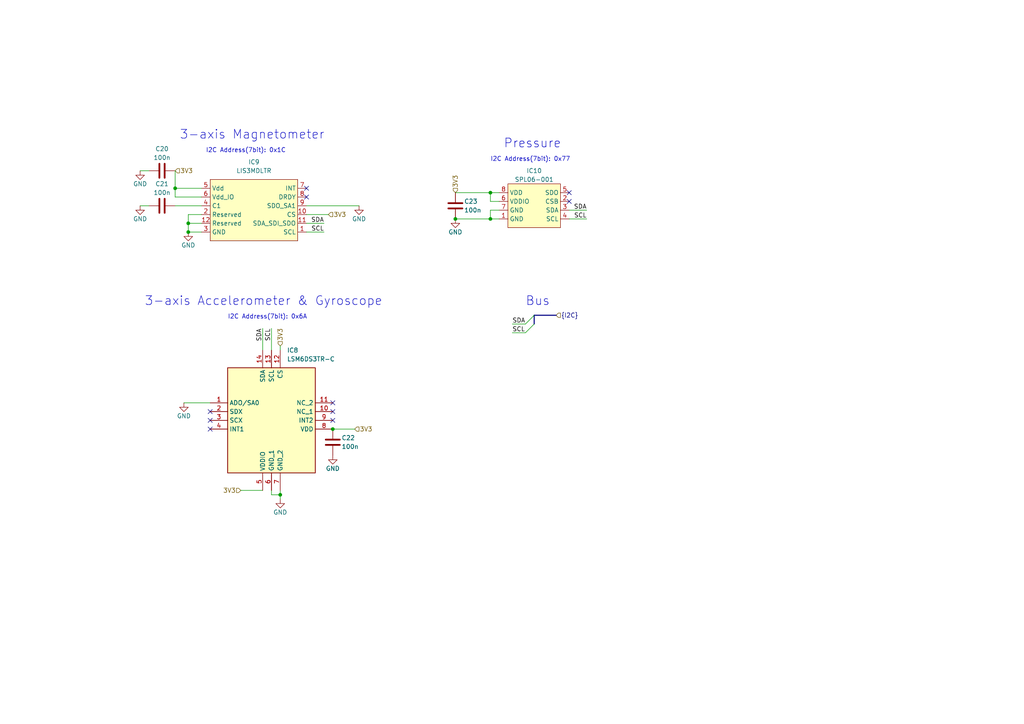
<source format=kicad_sch>
(kicad_sch (version 20230121) (generator eeschema)
  (paper "A4")
  (lib_symbols
    (symbol "Device:C" (pin_numbers hide) (pin_names (offset 0.254))
      (property "Reference" "C" (at 0.635 2.54 0))
      (property "Value" "C" (at 0.635 -2.54 0))
      (symbol "C_0_1"
        (polyline (pts (xy -2.032 -0.762) (xy 2.032 -0.762)) (stroke (width 0.508)))
        (polyline (pts (xy -2.032 0.762) (xy 2.032 0.762)) (stroke (width 0.508)))
      )
      (symbol "C_1_1"
        (pin passive line (at 0 3.81 270) (length 2.794) (name "~") (number "1"))
        (pin passive line (at 0 -3.81 90) (length 2.794) (name "~") (number "2"))
      )
    )
    (symbol "Ikafly_lib:LIS3MDLTR"
      (property "Reference" "IC" (at 0 1.27 0))
      (property "Value" "LIS3MDLTR" (at 0 0 0))
      (symbol "LIS3MDLTR_1_1"
        (rectangle (start -11.43 0) (end 13.97 -17.78) (fill (type background)))
        (pin input line (at 16.51 -15.24 180) (length 2.54) (name "SCL") (number "1"))
        (pin input line (at 16.51 -10.16 180) (length 2.54) (name "CS") (number "10"))
        (pin input line (at 16.51 -12.7 180) (length 2.54) (name "SDA_SDI_SDO") (number "11"))
        (pin input line (at -13.97 -12.7 0) (length 2.54) (name "Reserved") (number "12"))
        (pin input line (at -13.97 -10.16 0) (length 2.54) (name "Reserved") (number "2"))
        (pin input line (at -13.97 -15.24 0) (length 2.54) (name "GND") (number "3"))
        (pin input line (at -13.97 -7.62 0) (length 2.54) (name "C1") (number "4"))
        (pin input line (at -13.97 -2.54 0) (length 2.54) (name "Vdd") (number "5"))
        (pin input line (at -13.97 -5.08 0) (length 2.54) (name "Vdd_IO") (number "6"))
        (pin output line (at 16.51 -2.54 180) (length 2.54) (name "INT") (number "7"))
        (pin output line (at 16.51 -5.08 180) (length 2.54) (name "DRDY") (number "8"))
        (pin bidirectional line (at 16.51 -7.62 180) (length 2.54) (name "SDO_SA1") (number "9"))
      )
    )
    (symbol "Ikafly_lib:SPL06-001"
      (property "Reference" "IC" (at 0 10.16 0))
      (property "Value" "SPL06-001" (at 0 7.62 0))
      (symbol "SPL06-001_1_1"
        (rectangle (start -7.62 6.35) (end 7.62 -6.35) (fill (type background)))
        (pin input line (at -10.16 -3.81 0) (length 2.54) (name "GND") (number "1"))
        (pin input line (at 10.16 1.27 180) (length 2.54) (name "CSB") (number "2"))
        (pin input line (at 10.16 -1.27 180) (length 2.54) (name "SDA") (number "3"))
        (pin input line (at 10.16 -3.81 180) (length 2.54) (name "SCL") (number "4"))
        (pin input line (at 10.16 3.81 180) (length 2.54) (name "SDO") (number "5"))
        (pin input line (at -10.16 1.27 0) (length 2.54) (name "VDDIO") (number "6"))
        (pin input line (at -10.16 -1.27 0) (length 2.54) (name "GND") (number "7"))
        (pin input line (at -10.16 3.81 0) (length 2.54) (name "VDD") (number "8"))
      )
    )
    (symbol "SamacSys_Parts:LSM6DS3TR-C"
      (property "Reference" "IC" (at 31.75 15.24 0))
      (property "Value" "LSM6DS3TR-C" (at 31.75 12.7 0))
      (symbol "LSM6DS3TR-C_1_1"
        (rectangle (start 5.08 10.16) (end 30.48 -20.32) (stroke (width 0.254)) (fill (type background)))
        (pin passive line (at 0 0 0) (length 5.08) (name "ADO/SA0") (number "1"))
        (pin passive line (at 35.56 -2.54 180) (length 5.08) (name "NC_1") (number "10"))
        (pin passive line (at 35.56 0 180) (length 5.08) (name "NC_2") (number "11"))
        (pin passive line (at 20.32 15.24 270) (length 5.08) (name "CS") (number "12"))
        (pin passive line (at 17.78 15.24 270) (length 5.08) (name "SCL") (number "13"))
        (pin passive line (at 15.24 15.24 270) (length 5.08) (name "SDA") (number "14"))
        (pin passive line (at 0 -2.54 0) (length 5.08) (name "SDX") (number "2"))
        (pin passive line (at 0 -5.08 0) (length 5.08) (name "SCX") (number "3"))
        (pin passive line (at 0 -7.62 0) (length 5.08) (name "INT1") (number "4"))
        (pin passive line (at 15.24 -25.4 90) (length 5.08) (name "VDDIO") (number "5"))
        (pin passive line (at 17.78 -25.4 90) (length 5.08) (name "GND_1") (number "6"))
        (pin passive line (at 20.32 -25.4 90) (length 5.08) (name "GND_2") (number "7"))
        (pin passive line (at 35.56 -7.62 180) (length 5.08) (name "VDD") (number "8"))
        (pin passive line (at 35.56 -5.08 180) (length 5.08) (name "INT2") (number "9"))
      )
    )
    (symbol "power:GND" (power) (pin_names (offset 0))
      (property "Value" "GND" (at 0 -3.81 0))
      (symbol "GND_0_1"
        (polyline (pts (xy 0 0) (xy 0 -1.27) (xy 1.27 -1.27) (xy 0 -2.54) (xy -1.27 -1.27) (xy 0 -1.27)))
      )
      (symbol "GND_1_1"
        (pin power_in line (at 0 0 270) (length 0) hide (name "GND") (number "1"))
      )
    )
  )
  (junction (at 142.24 55.88))
  (junction (at 54.61 64.77))
  (junction (at 81.28 143.51))
  (junction (at 54.61 67.31))
  (junction (at 50.8 54.61))
  (junction (at 96.52 124.46))
  (junction (at 142.24 63.5))
  (junction (at 132.08 63.5))
  (no_connect (at 60.96 124.46))
  (no_connect (at 88.9 57.15))
  (no_connect (at 60.96 121.92))
  (no_connect (at 96.52 121.92))
  (no_connect (at 165.1 58.42))
  (no_connect (at 96.52 116.84))
  (no_connect (at 60.96 119.38))
  (no_connect (at 96.52 119.38))
  (no_connect (at 165.1 55.88))
  (no_connect (at 88.9 54.61))
  (bus_entry (at 152.4 93.98) (size 2.54 -2.54))
  (bus_entry (at 152.4 96.52) (size 2.54 -2.54))
  (wire (pts (xy 165.1 60.96) (xy 170.18 60.96)))
  (wire (pts (xy 144.78 60.96) (xy 142.24 60.96)))
  (wire (pts (xy 58.42 57.15) (xy 50.8 57.15)))
  (wire (pts (xy 54.61 64.77) (xy 54.61 67.31)))
  (wire (pts (xy 81.28 144.78) (xy 81.28 143.51)))
  (wire (pts (xy 142.24 58.42) (xy 142.24 55.88)))
  (wire (pts (xy 95.25 62.23) (xy 88.9 62.23)))
  (wire (pts (xy 54.61 67.31) (xy 58.42 67.31)))
  (wire (pts (xy 81.28 100.33) (xy 81.28 101.6)))
  (wire (pts (xy 58.42 62.23) (xy 54.61 62.23)))
  (wire (pts (xy 81.28 143.51) (xy 81.28 142.24)))
  (wire (pts (xy 50.8 59.69) (xy 58.42 59.69)))
  (wire (pts (xy 54.61 62.23) (xy 54.61 64.77)))
  (bus (pts (xy 154.94 91.44) (xy 161.29 91.44)))
  (wire (pts (xy 50.8 54.61) (xy 58.42 54.61)))
  (wire (pts (xy 142.24 55.88) (xy 144.78 55.88)))
  (wire (pts (xy 132.08 55.88) (xy 142.24 55.88)))
  (wire (pts (xy 76.2 95.25) (xy 76.2 101.6)))
  (wire (pts (xy 148.59 96.52) (xy 152.4 96.52)))
  (wire (pts (xy 50.8 57.15) (xy 50.8 54.61)))
  (wire (pts (xy 40.64 49.53) (xy 43.18 49.53)))
  (wire (pts (xy 96.52 124.46) (xy 102.87 124.46)))
  (wire (pts (xy 50.8 54.61) (xy 50.8 49.53)))
  (wire (pts (xy 78.74 142.24) (xy 78.74 143.51)))
  (wire (pts (xy 40.64 59.69) (xy 43.18 59.69)))
  (wire (pts (xy 142.24 60.96) (xy 142.24 63.5)))
  (wire (pts (xy 88.9 67.31) (xy 93.98 67.31)))
  (wire (pts (xy 69.85 142.24) (xy 76.2 142.24)))
  (wire (pts (xy 165.1 63.5) (xy 170.18 63.5)))
  (wire (pts (xy 144.78 58.42) (xy 142.24 58.42)))
  (wire (pts (xy 148.59 93.98) (xy 152.4 93.98)))
  (wire (pts (xy 104.14 59.69) (xy 88.9 59.69)))
  (wire (pts (xy 142.24 63.5) (xy 144.78 63.5)))
  (wire (pts (xy 88.9 64.77) (xy 93.98 64.77)))
  (wire (pts (xy 53.34 116.84) (xy 60.96 116.84)))
  (wire (pts (xy 78.74 95.25) (xy 78.74 101.6)))
  (wire (pts (xy 54.61 64.77) (xy 58.42 64.77)))
  (wire (pts (xy 78.74 143.51) (xy 81.28 143.51)))
  (bus (pts (xy 154.94 93.98) (xy 154.94 91.44)))
  (wire (pts (xy 132.08 63.5) (xy 142.24 63.5)))
  (text "I2C Address(7bit): 0x77" (at 142.24 46.99 0) (effects (font (size 1.27 1.27)) (justify left bottom)))
  (text "3-axis Magnetometer" (at 52.07 40.64 0) (effects (font (size 2.56 2.56)) (justify left bottom)))
  (text "I2C Address(7bit): 0x1C" (at 59.69 44.45 0) (effects (font (size 1.27 1.27)) (justify left bottom)))
  (text "3-axis Accelerometer & Gyroscope" (at 41.91 88.9 0) (effects (font (size 2.56 2.56)) (justify left bottom)))
  (text "I2C Address(7bit): 0x6A" (at 66.04 92.71 0) (effects (font (size 1.27 1.27)) (justify left bottom)))
  (text "Bus" (at 152.4 88.9 0) (effects (font (size 2.56 2.56)) (justify left bottom)))
  (text "Pressure" (at 146.05 43.18 0) (effects (font (size 2.56 2.56)) (justify left bottom)))
  (label "SDA" (at 148.59 93.98 0))
  (label "SCL" (at 170.18 63.5 180))
  (label "SDA" (at 170.18 60.96 180))
  (label "SCL" (at 93.98 67.31 180))
  (label "SCL" (at 78.74 95.25 270))
  (label "SDA" (at 93.98 64.77 180))
  (label "SCL" (at 148.59 96.52 0))
  (label "SDA" (at 76.2 95.25 270))
  (hierarchical_label "3V3" (shape input) (at 69.85 142.24 180))
  (hierarchical_label "3V3" (shape input) (at 132.08 55.88 90))
  (hierarchical_label "3V3" (shape input) (at 81.28 100.33 90))
  (hierarchical_label "3V3" (shape input) (at 50.8 49.53 0))
  (hierarchical_label "{I2C}" (shape input) (at 161.29 91.44 0))
  (hierarchical_label "3V3" (shape input) (at 95.25 62.23 0))
  (hierarchical_label "3V3" (shape input) (at 102.87 124.46 0))
  (symbol (lib_id "power:GND") (at 104.14 59.69 0) (unit 1)
    (property "Reference" "#PWR055" (effects hide))
    (property "Value" "GND" (at 104.14 63.5 0))
  )
  (symbol (lib_id "Device:C") (at 132.08 59.69 0) (unit 1)
    (property "Reference" "C23" (at 134.62 58.42 0) (effects (justify left)))
    (property "Value" "100n" (at 134.62 60.96 0) (effects (justify left)))
    (property "Footprint" "Capacitor_SMD:C_0402_1005Metric" (effects hide))
  )
  (symbol (lib_id "Device:C") (at 46.99 59.69 90) (unit 1)
    (property "Reference" "C21" (at 46.99 53.34 90))
    (property "Value" "100n" (at 46.99 55.88 90))
    (property "Footprint" "Capacitor_SMD:C_0402_1005Metric" (effects hide))
  )
  (symbol (lib_id "power:GND") (at 53.34 116.84 0) (unit 1)
    (property "Reference" "#PWR051" (effects hide))
    (property "Value" "GND" (at 53.34 120.65 0))
  )
  (symbol (lib_id "SamacSys_Parts:LSM6DS3TR-C") (at 60.96 116.84 0) (unit 1)
    (property "Reference" "IC8" (at 83.2359 101.6 0) (effects (justify left)))
    (property "Value" "LSM6DS3TR-C" (at 83.2359 104.14 0) (effects (justify left)))
    (property "Footprint" "SamacSys_Parts:LGA-14_2.5X3X0.86_" (effects hide))
    (property "Datasheet" "http://www.st.com/resource/en/datasheet/lsm6ds3tr-c.pdf" (effects hide))
    (property "Manufacturer_Name" "STMicroelectronics" (effects hide))
    (property "Manufacturer_Part_Number" "LSM6DS3TR-C" (effects hide))
  )
  (symbol (lib_id "Device:C") (at 96.52 128.27 0) (unit 1)
    (property "Reference" "C22" (at 99.06 127 0) (effects (justify left)))
    (property "Value" "100n" (at 99.06 129.54 0) (effects (justify left)))
    (property "Footprint" "Capacitor_SMD:C_0402_1005Metric" (effects hide))
  )
  (symbol (lib_id "power:GND") (at 96.52 132.08 0) (unit 1)
    (property "Reference" "#PWR054" (effects hide))
    (property "Value" "GND" (at 96.52 135.89 0))
  )
  (symbol (lib_id "power:GND") (at 81.28 144.78 0) (unit 1)
    (property "Reference" "#PWR053" (effects hide))
    (property "Value" "GND" (at 81.28 148.59 0))
  )
  (symbol (lib_id "Ikafly_lib:LIS3MDLTR") (at 72.39 52.07 0) (unit 1)
    (property "Reference" "IC9" (at 73.66 46.99 0))
    (property "Value" "LIS3MDLTR" (at 73.66 49.53 0))
    (property "Footprint" "Package_LGA:LGA-12_2x2mm_P0.5mm" (effects hide))
  )
  (symbol (lib_id "power:GND") (at 54.61 67.31 0) (unit 1)
    (property "Reference" "#PWR052" (effects hide))
    (property "Value" "GND" (at 54.61 71.12 0))
  )
  (symbol (lib_id "Ikafly_lib:SPL06-001") (at 154.94 59.69 0) (unit 1)
    (property "Reference" "IC10" (at 154.94 49.53 0))
    (property "Value" "SPL06-001" (at 154.94 52.07 0))
    (property "Footprint" "Ikafly_lib:Goertek_SPL06-001" (effects hide))
  )
  (symbol (lib_id "power:GND") (at 40.64 49.53 0) (unit 1)
    (property "Reference" "#PWR049" (effects hide))
    (property "Value" "GND" (at 40.64 53.34 0))
  )
  (symbol (lib_id "Device:C") (at 46.99 49.53 90) (unit 1)
    (property "Reference" "C20" (at 46.99 43.18 90))
    (property "Value" "100n" (at 46.99 45.72 90))
    (property "Footprint" "Capacitor_SMD:C_0402_1005Metric" (effects hide))
  )
  (symbol (lib_id "power:GND") (at 132.08 63.5 0) (unit 1)
    (property "Reference" "#PWR056" (effects hide))
    (property "Value" "GND" (at 132.08 67.31 0))
  )
  (symbol (lib_id "power:GND") (at 40.64 59.69 0) (unit 1)
    (property "Reference" "#PWR050" (effects hide))
    (property "Value" "GND" (at 40.64 63.5 0))
  )
)
</source>
